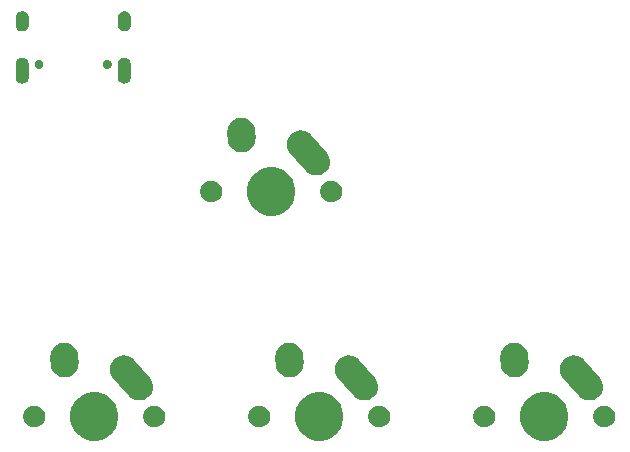
<source format=gbr>
G04 #@! TF.GenerationSoftware,KiCad,Pcbnew,(5.1.4)-1*
G04 #@! TF.CreationDate,2022-10-19T22:43:07-05:00*
G04 #@! TF.ProjectId,MusePad,4d757365-5061-4642-9e6b-696361645f70,rev?*
G04 #@! TF.SameCoordinates,Original*
G04 #@! TF.FileFunction,Soldermask,Top*
G04 #@! TF.FilePolarity,Negative*
%FSLAX46Y46*%
G04 Gerber Fmt 4.6, Leading zero omitted, Abs format (unit mm)*
G04 Created by KiCad (PCBNEW (5.1.4)-1) date 2022-10-19 22:43:07*
%MOMM*%
%LPD*%
G04 APERTURE LIST*
%ADD10C,0.100000*%
G04 APERTURE END LIST*
D10*
G36*
X50126474Y-120715684D02*
G01*
X50344474Y-120805983D01*
X50498623Y-120869833D01*
X50833548Y-121093623D01*
X51118377Y-121378452D01*
X51342167Y-121713377D01*
X51374562Y-121791586D01*
X51496316Y-122085526D01*
X51574900Y-122480594D01*
X51574900Y-122883406D01*
X51496316Y-123278474D01*
X51445451Y-123401272D01*
X51342167Y-123650623D01*
X51118377Y-123985548D01*
X50833548Y-124270377D01*
X50498623Y-124494167D01*
X50344474Y-124558017D01*
X50126474Y-124648316D01*
X49731406Y-124726900D01*
X49328594Y-124726900D01*
X48933526Y-124648316D01*
X48715526Y-124558017D01*
X48561377Y-124494167D01*
X48226452Y-124270377D01*
X47941623Y-123985548D01*
X47717833Y-123650623D01*
X47614549Y-123401272D01*
X47563684Y-123278474D01*
X47485100Y-122883406D01*
X47485100Y-122480594D01*
X47563684Y-122085526D01*
X47685438Y-121791586D01*
X47717833Y-121713377D01*
X47941623Y-121378452D01*
X48226452Y-121093623D01*
X48561377Y-120869833D01*
X48715526Y-120805983D01*
X48933526Y-120715684D01*
X49328594Y-120637100D01*
X49731406Y-120637100D01*
X50126474Y-120715684D01*
X50126474Y-120715684D01*
G37*
G36*
X88226474Y-120715684D02*
G01*
X88444474Y-120805983D01*
X88598623Y-120869833D01*
X88933548Y-121093623D01*
X89218377Y-121378452D01*
X89442167Y-121713377D01*
X89474562Y-121791586D01*
X89596316Y-122085526D01*
X89674900Y-122480594D01*
X89674900Y-122883406D01*
X89596316Y-123278474D01*
X89545451Y-123401272D01*
X89442167Y-123650623D01*
X89218377Y-123985548D01*
X88933548Y-124270377D01*
X88598623Y-124494167D01*
X88444474Y-124558017D01*
X88226474Y-124648316D01*
X87831406Y-124726900D01*
X87428594Y-124726900D01*
X87033526Y-124648316D01*
X86815526Y-124558017D01*
X86661377Y-124494167D01*
X86326452Y-124270377D01*
X86041623Y-123985548D01*
X85817833Y-123650623D01*
X85714549Y-123401272D01*
X85663684Y-123278474D01*
X85585100Y-122883406D01*
X85585100Y-122480594D01*
X85663684Y-122085526D01*
X85785438Y-121791586D01*
X85817833Y-121713377D01*
X86041623Y-121378452D01*
X86326452Y-121093623D01*
X86661377Y-120869833D01*
X86815526Y-120805983D01*
X87033526Y-120715684D01*
X87428594Y-120637100D01*
X87831406Y-120637100D01*
X88226474Y-120715684D01*
X88226474Y-120715684D01*
G37*
G36*
X69176474Y-120715684D02*
G01*
X69394474Y-120805983D01*
X69548623Y-120869833D01*
X69883548Y-121093623D01*
X70168377Y-121378452D01*
X70392167Y-121713377D01*
X70424562Y-121791586D01*
X70546316Y-122085526D01*
X70624900Y-122480594D01*
X70624900Y-122883406D01*
X70546316Y-123278474D01*
X70495451Y-123401272D01*
X70392167Y-123650623D01*
X70168377Y-123985548D01*
X69883548Y-124270377D01*
X69548623Y-124494167D01*
X69394474Y-124558017D01*
X69176474Y-124648316D01*
X68781406Y-124726900D01*
X68378594Y-124726900D01*
X67983526Y-124648316D01*
X67765526Y-124558017D01*
X67611377Y-124494167D01*
X67276452Y-124270377D01*
X66991623Y-123985548D01*
X66767833Y-123650623D01*
X66664549Y-123401272D01*
X66613684Y-123278474D01*
X66535100Y-122883406D01*
X66535100Y-122480594D01*
X66613684Y-122085526D01*
X66735438Y-121791586D01*
X66767833Y-121713377D01*
X66991623Y-121378452D01*
X67276452Y-121093623D01*
X67611377Y-120869833D01*
X67765526Y-120805983D01*
X67983526Y-120715684D01*
X68378594Y-120637100D01*
X68781406Y-120637100D01*
X69176474Y-120715684D01*
X69176474Y-120715684D01*
G37*
G36*
X44720104Y-121791585D02*
G01*
X44888626Y-121861389D01*
X45040291Y-121962728D01*
X45169272Y-122091709D01*
X45270611Y-122243374D01*
X45340415Y-122411896D01*
X45376000Y-122590797D01*
X45376000Y-122773203D01*
X45340415Y-122952104D01*
X45270611Y-123120626D01*
X45169272Y-123272291D01*
X45040291Y-123401272D01*
X44888626Y-123502611D01*
X44720104Y-123572415D01*
X44541203Y-123608000D01*
X44358797Y-123608000D01*
X44179896Y-123572415D01*
X44011374Y-123502611D01*
X43859709Y-123401272D01*
X43730728Y-123272291D01*
X43629389Y-123120626D01*
X43559585Y-122952104D01*
X43524000Y-122773203D01*
X43524000Y-122590797D01*
X43559585Y-122411896D01*
X43629389Y-122243374D01*
X43730728Y-122091709D01*
X43859709Y-121962728D01*
X44011374Y-121861389D01*
X44179896Y-121791585D01*
X44358797Y-121756000D01*
X44541203Y-121756000D01*
X44720104Y-121791585D01*
X44720104Y-121791585D01*
G37*
G36*
X54880104Y-121791585D02*
G01*
X55048626Y-121861389D01*
X55200291Y-121962728D01*
X55329272Y-122091709D01*
X55430611Y-122243374D01*
X55500415Y-122411896D01*
X55536000Y-122590797D01*
X55536000Y-122773203D01*
X55500415Y-122952104D01*
X55430611Y-123120626D01*
X55329272Y-123272291D01*
X55200291Y-123401272D01*
X55048626Y-123502611D01*
X54880104Y-123572415D01*
X54701203Y-123608000D01*
X54518797Y-123608000D01*
X54339896Y-123572415D01*
X54171374Y-123502611D01*
X54019709Y-123401272D01*
X53890728Y-123272291D01*
X53789389Y-123120626D01*
X53719585Y-122952104D01*
X53684000Y-122773203D01*
X53684000Y-122590797D01*
X53719585Y-122411896D01*
X53789389Y-122243374D01*
X53890728Y-122091709D01*
X54019709Y-121962728D01*
X54171374Y-121861389D01*
X54339896Y-121791585D01*
X54518797Y-121756000D01*
X54701203Y-121756000D01*
X54880104Y-121791585D01*
X54880104Y-121791585D01*
G37*
G36*
X63770104Y-121791585D02*
G01*
X63938626Y-121861389D01*
X64090291Y-121962728D01*
X64219272Y-122091709D01*
X64320611Y-122243374D01*
X64390415Y-122411896D01*
X64426000Y-122590797D01*
X64426000Y-122773203D01*
X64390415Y-122952104D01*
X64320611Y-123120626D01*
X64219272Y-123272291D01*
X64090291Y-123401272D01*
X63938626Y-123502611D01*
X63770104Y-123572415D01*
X63591203Y-123608000D01*
X63408797Y-123608000D01*
X63229896Y-123572415D01*
X63061374Y-123502611D01*
X62909709Y-123401272D01*
X62780728Y-123272291D01*
X62679389Y-123120626D01*
X62609585Y-122952104D01*
X62574000Y-122773203D01*
X62574000Y-122590797D01*
X62609585Y-122411896D01*
X62679389Y-122243374D01*
X62780728Y-122091709D01*
X62909709Y-121962728D01*
X63061374Y-121861389D01*
X63229896Y-121791585D01*
X63408797Y-121756000D01*
X63591203Y-121756000D01*
X63770104Y-121791585D01*
X63770104Y-121791585D01*
G37*
G36*
X73930104Y-121791585D02*
G01*
X74098626Y-121861389D01*
X74250291Y-121962728D01*
X74379272Y-122091709D01*
X74480611Y-122243374D01*
X74550415Y-122411896D01*
X74586000Y-122590797D01*
X74586000Y-122773203D01*
X74550415Y-122952104D01*
X74480611Y-123120626D01*
X74379272Y-123272291D01*
X74250291Y-123401272D01*
X74098626Y-123502611D01*
X73930104Y-123572415D01*
X73751203Y-123608000D01*
X73568797Y-123608000D01*
X73389896Y-123572415D01*
X73221374Y-123502611D01*
X73069709Y-123401272D01*
X72940728Y-123272291D01*
X72839389Y-123120626D01*
X72769585Y-122952104D01*
X72734000Y-122773203D01*
X72734000Y-122590797D01*
X72769585Y-122411896D01*
X72839389Y-122243374D01*
X72940728Y-122091709D01*
X73069709Y-121962728D01*
X73221374Y-121861389D01*
X73389896Y-121791585D01*
X73568797Y-121756000D01*
X73751203Y-121756000D01*
X73930104Y-121791585D01*
X73930104Y-121791585D01*
G37*
G36*
X82820104Y-121791585D02*
G01*
X82988626Y-121861389D01*
X83140291Y-121962728D01*
X83269272Y-122091709D01*
X83370611Y-122243374D01*
X83440415Y-122411896D01*
X83476000Y-122590797D01*
X83476000Y-122773203D01*
X83440415Y-122952104D01*
X83370611Y-123120626D01*
X83269272Y-123272291D01*
X83140291Y-123401272D01*
X82988626Y-123502611D01*
X82820104Y-123572415D01*
X82641203Y-123608000D01*
X82458797Y-123608000D01*
X82279896Y-123572415D01*
X82111374Y-123502611D01*
X81959709Y-123401272D01*
X81830728Y-123272291D01*
X81729389Y-123120626D01*
X81659585Y-122952104D01*
X81624000Y-122773203D01*
X81624000Y-122590797D01*
X81659585Y-122411896D01*
X81729389Y-122243374D01*
X81830728Y-122091709D01*
X81959709Y-121962728D01*
X82111374Y-121861389D01*
X82279896Y-121791585D01*
X82458797Y-121756000D01*
X82641203Y-121756000D01*
X82820104Y-121791585D01*
X82820104Y-121791585D01*
G37*
G36*
X92980104Y-121791585D02*
G01*
X93148626Y-121861389D01*
X93300291Y-121962728D01*
X93429272Y-122091709D01*
X93530611Y-122243374D01*
X93600415Y-122411896D01*
X93636000Y-122590797D01*
X93636000Y-122773203D01*
X93600415Y-122952104D01*
X93530611Y-123120626D01*
X93429272Y-123272291D01*
X93300291Y-123401272D01*
X93148626Y-123502611D01*
X92980104Y-123572415D01*
X92801203Y-123608000D01*
X92618797Y-123608000D01*
X92439896Y-123572415D01*
X92271374Y-123502611D01*
X92119709Y-123401272D01*
X91990728Y-123272291D01*
X91889389Y-123120626D01*
X91819585Y-122952104D01*
X91784000Y-122773203D01*
X91784000Y-122590797D01*
X91819585Y-122411896D01*
X91889389Y-122243374D01*
X91990728Y-122091709D01*
X92119709Y-121962728D01*
X92271374Y-121861389D01*
X92439896Y-121791585D01*
X92618797Y-121756000D01*
X92801203Y-121756000D01*
X92980104Y-121791585D01*
X92980104Y-121791585D01*
G37*
G36*
X90210290Y-117504555D02*
G01*
X90229233Y-117506000D01*
X90245827Y-117506000D01*
X90331338Y-117523009D01*
X90336715Y-117523956D01*
X90422864Y-117537177D01*
X90438453Y-117542843D01*
X90456748Y-117547955D01*
X90473027Y-117551193D01*
X90553605Y-117584569D01*
X90558711Y-117586554D01*
X90640581Y-117616311D01*
X90654751Y-117624901D01*
X90671708Y-117633489D01*
X90687043Y-117639841D01*
X90687045Y-117639842D01*
X90714799Y-117658387D01*
X90759557Y-117688293D01*
X90764204Y-117691252D01*
X90838674Y-117736396D01*
X90850892Y-117747582D01*
X90865850Y-117759316D01*
X90875504Y-117765767D01*
X90879657Y-117768542D01*
X90941328Y-117830213D01*
X90945309Y-117834021D01*
X90966721Y-117853624D01*
X90981768Y-117870394D01*
X90986418Y-117875303D01*
X91043461Y-117932346D01*
X91056320Y-117951591D01*
X91067214Y-117965623D01*
X92353886Y-119399622D01*
X92422836Y-119493571D01*
X92456602Y-119539579D01*
X92482689Y-119595459D01*
X92554593Y-119749480D01*
X92609754Y-119974469D01*
X92619961Y-120205896D01*
X92584823Y-120434866D01*
X92505689Y-120652583D01*
X92385603Y-120850679D01*
X92229177Y-121021539D01*
X92042424Y-121158600D01*
X92042421Y-121158602D01*
X91942973Y-121205028D01*
X91832519Y-121256593D01*
X91607530Y-121311754D01*
X91376104Y-121321961D01*
X91147133Y-121286823D01*
X90929416Y-121207689D01*
X90731321Y-121087603D01*
X90659161Y-121021539D01*
X90603276Y-120970376D01*
X89709688Y-119974469D01*
X89278183Y-119493556D01*
X89273547Y-119488662D01*
X89216541Y-119431656D01*
X89211678Y-119424378D01*
X89168125Y-119359196D01*
X89164965Y-119354686D01*
X89113397Y-119284422D01*
X89106382Y-119269395D01*
X89097051Y-119252827D01*
X89087843Y-119239047D01*
X89074726Y-119207380D01*
X89054480Y-119158503D01*
X89052288Y-119153523D01*
X89015405Y-119074519D01*
X89011454Y-119058404D01*
X89005538Y-119040345D01*
X88999193Y-119025027D01*
X88982192Y-118939558D01*
X88981008Y-118934222D01*
X88960244Y-118849530D01*
X88959512Y-118832941D01*
X88957234Y-118814083D01*
X88954000Y-118797825D01*
X88954000Y-118710689D01*
X88953881Y-118705249D01*
X88950037Y-118618105D01*
X88952555Y-118601694D01*
X88954000Y-118582752D01*
X88954000Y-118566173D01*
X88970999Y-118480713D01*
X88971945Y-118475342D01*
X88985175Y-118389134D01*
X88990846Y-118373532D01*
X88995959Y-118355233D01*
X88999193Y-118338974D01*
X88999193Y-118338973D01*
X89032553Y-118258435D01*
X89034537Y-118253328D01*
X89064309Y-118171417D01*
X89072908Y-118157233D01*
X89081496Y-118140276D01*
X89087841Y-118124958D01*
X89087842Y-118124955D01*
X89136285Y-118052456D01*
X89139218Y-118047848D01*
X89184394Y-117973324D01*
X89195592Y-117961093D01*
X89207326Y-117946135D01*
X89216541Y-117932344D01*
X89278171Y-117870714D01*
X89281979Y-117866733D01*
X89340820Y-117802462D01*
X89340821Y-117802461D01*
X89354191Y-117792649D01*
X89368617Y-117780268D01*
X89380344Y-117768541D01*
X89452808Y-117720122D01*
X89457320Y-117716961D01*
X89527575Y-117665400D01*
X89542603Y-117658384D01*
X89559159Y-117649060D01*
X89572955Y-117639842D01*
X89653506Y-117606477D01*
X89658503Y-117604277D01*
X89737479Y-117567407D01*
X89753599Y-117563455D01*
X89771638Y-117557545D01*
X89786973Y-117551193D01*
X89872482Y-117534184D01*
X89877777Y-117533010D01*
X89962468Y-117512246D01*
X89979044Y-117511515D01*
X89997903Y-117509236D01*
X90014172Y-117506000D01*
X90101354Y-117506000D01*
X90106794Y-117505880D01*
X90193893Y-117502039D01*
X90210290Y-117504555D01*
X90210290Y-117504555D01*
G37*
G36*
X71160290Y-117504555D02*
G01*
X71179233Y-117506000D01*
X71195827Y-117506000D01*
X71281338Y-117523009D01*
X71286715Y-117523956D01*
X71372864Y-117537177D01*
X71388453Y-117542843D01*
X71406748Y-117547955D01*
X71423027Y-117551193D01*
X71503605Y-117584569D01*
X71508711Y-117586554D01*
X71590581Y-117616311D01*
X71604751Y-117624901D01*
X71621708Y-117633489D01*
X71637043Y-117639841D01*
X71637045Y-117639842D01*
X71664799Y-117658387D01*
X71709557Y-117688293D01*
X71714204Y-117691252D01*
X71788674Y-117736396D01*
X71800892Y-117747582D01*
X71815850Y-117759316D01*
X71825504Y-117765767D01*
X71829657Y-117768542D01*
X71891328Y-117830213D01*
X71895309Y-117834021D01*
X71916721Y-117853624D01*
X71931768Y-117870394D01*
X71936418Y-117875303D01*
X71993461Y-117932346D01*
X72006320Y-117951591D01*
X72017214Y-117965623D01*
X73303886Y-119399622D01*
X73372836Y-119493571D01*
X73406602Y-119539579D01*
X73432689Y-119595459D01*
X73504593Y-119749480D01*
X73559754Y-119974469D01*
X73569961Y-120205896D01*
X73534823Y-120434866D01*
X73455689Y-120652583D01*
X73335603Y-120850679D01*
X73179177Y-121021539D01*
X72992424Y-121158600D01*
X72992421Y-121158602D01*
X72892973Y-121205028D01*
X72782519Y-121256593D01*
X72557530Y-121311754D01*
X72326104Y-121321961D01*
X72097133Y-121286823D01*
X71879416Y-121207689D01*
X71681321Y-121087603D01*
X71609161Y-121021539D01*
X71553276Y-120970376D01*
X70659688Y-119974469D01*
X70228183Y-119493556D01*
X70223547Y-119488662D01*
X70166541Y-119431656D01*
X70161678Y-119424378D01*
X70118125Y-119359196D01*
X70114965Y-119354686D01*
X70063397Y-119284422D01*
X70056382Y-119269395D01*
X70047051Y-119252827D01*
X70037843Y-119239047D01*
X70024726Y-119207380D01*
X70004480Y-119158503D01*
X70002288Y-119153523D01*
X69965405Y-119074519D01*
X69961454Y-119058404D01*
X69955538Y-119040345D01*
X69949193Y-119025027D01*
X69932192Y-118939558D01*
X69931008Y-118934222D01*
X69910244Y-118849530D01*
X69909512Y-118832941D01*
X69907234Y-118814083D01*
X69904000Y-118797825D01*
X69904000Y-118710689D01*
X69903881Y-118705249D01*
X69900037Y-118618105D01*
X69902555Y-118601694D01*
X69904000Y-118582752D01*
X69904000Y-118566173D01*
X69920999Y-118480713D01*
X69921945Y-118475342D01*
X69935175Y-118389134D01*
X69940846Y-118373532D01*
X69945959Y-118355233D01*
X69949193Y-118338974D01*
X69949193Y-118338973D01*
X69982553Y-118258435D01*
X69984537Y-118253328D01*
X70014309Y-118171417D01*
X70022908Y-118157233D01*
X70031496Y-118140276D01*
X70037841Y-118124958D01*
X70037842Y-118124955D01*
X70086285Y-118052456D01*
X70089218Y-118047848D01*
X70134394Y-117973324D01*
X70145592Y-117961093D01*
X70157326Y-117946135D01*
X70166541Y-117932344D01*
X70228171Y-117870714D01*
X70231979Y-117866733D01*
X70290820Y-117802462D01*
X70290821Y-117802461D01*
X70304191Y-117792649D01*
X70318617Y-117780268D01*
X70330344Y-117768541D01*
X70402808Y-117720122D01*
X70407320Y-117716961D01*
X70477575Y-117665400D01*
X70492603Y-117658384D01*
X70509159Y-117649060D01*
X70522955Y-117639842D01*
X70603506Y-117606477D01*
X70608503Y-117604277D01*
X70687479Y-117567407D01*
X70703599Y-117563455D01*
X70721638Y-117557545D01*
X70736973Y-117551193D01*
X70822482Y-117534184D01*
X70827777Y-117533010D01*
X70912468Y-117512246D01*
X70929044Y-117511515D01*
X70947903Y-117509236D01*
X70964172Y-117506000D01*
X71051354Y-117506000D01*
X71056794Y-117505880D01*
X71143893Y-117502039D01*
X71160290Y-117504555D01*
X71160290Y-117504555D01*
G37*
G36*
X52110290Y-117504555D02*
G01*
X52129233Y-117506000D01*
X52145827Y-117506000D01*
X52231338Y-117523009D01*
X52236715Y-117523956D01*
X52322864Y-117537177D01*
X52338453Y-117542843D01*
X52356748Y-117547955D01*
X52373027Y-117551193D01*
X52453605Y-117584569D01*
X52458711Y-117586554D01*
X52540581Y-117616311D01*
X52554751Y-117624901D01*
X52571708Y-117633489D01*
X52587043Y-117639841D01*
X52587045Y-117639842D01*
X52614799Y-117658387D01*
X52659557Y-117688293D01*
X52664204Y-117691252D01*
X52738674Y-117736396D01*
X52750892Y-117747582D01*
X52765850Y-117759316D01*
X52775504Y-117765767D01*
X52779657Y-117768542D01*
X52841328Y-117830213D01*
X52845309Y-117834021D01*
X52866721Y-117853624D01*
X52881768Y-117870394D01*
X52886418Y-117875303D01*
X52943461Y-117932346D01*
X52956320Y-117951591D01*
X52967214Y-117965623D01*
X54253886Y-119399622D01*
X54322836Y-119493571D01*
X54356602Y-119539579D01*
X54382689Y-119595459D01*
X54454593Y-119749480D01*
X54509754Y-119974469D01*
X54519961Y-120205896D01*
X54484823Y-120434866D01*
X54405689Y-120652583D01*
X54285603Y-120850679D01*
X54129177Y-121021539D01*
X53942424Y-121158600D01*
X53942421Y-121158602D01*
X53842973Y-121205028D01*
X53732519Y-121256593D01*
X53507530Y-121311754D01*
X53276104Y-121321961D01*
X53047133Y-121286823D01*
X52829416Y-121207689D01*
X52631321Y-121087603D01*
X52559161Y-121021539D01*
X52503276Y-120970376D01*
X51609688Y-119974469D01*
X51178183Y-119493556D01*
X51173547Y-119488662D01*
X51116541Y-119431656D01*
X51111678Y-119424378D01*
X51068125Y-119359196D01*
X51064965Y-119354686D01*
X51013397Y-119284422D01*
X51006382Y-119269395D01*
X50997051Y-119252827D01*
X50987843Y-119239047D01*
X50974726Y-119207380D01*
X50954480Y-119158503D01*
X50952288Y-119153523D01*
X50915405Y-119074519D01*
X50911454Y-119058404D01*
X50905538Y-119040345D01*
X50899193Y-119025027D01*
X50882192Y-118939558D01*
X50881008Y-118934222D01*
X50860244Y-118849530D01*
X50859512Y-118832941D01*
X50857234Y-118814083D01*
X50854000Y-118797825D01*
X50854000Y-118710689D01*
X50853881Y-118705249D01*
X50850037Y-118618105D01*
X50852555Y-118601694D01*
X50854000Y-118582752D01*
X50854000Y-118566173D01*
X50870999Y-118480713D01*
X50871945Y-118475342D01*
X50885175Y-118389134D01*
X50890846Y-118373532D01*
X50895959Y-118355233D01*
X50899193Y-118338974D01*
X50899193Y-118338973D01*
X50932553Y-118258435D01*
X50934537Y-118253328D01*
X50964309Y-118171417D01*
X50972908Y-118157233D01*
X50981496Y-118140276D01*
X50987841Y-118124958D01*
X50987842Y-118124955D01*
X51036285Y-118052456D01*
X51039218Y-118047848D01*
X51084394Y-117973324D01*
X51095592Y-117961093D01*
X51107326Y-117946135D01*
X51116541Y-117932344D01*
X51178171Y-117870714D01*
X51181979Y-117866733D01*
X51240820Y-117802462D01*
X51240821Y-117802461D01*
X51254191Y-117792649D01*
X51268617Y-117780268D01*
X51280344Y-117768541D01*
X51352808Y-117720122D01*
X51357320Y-117716961D01*
X51427575Y-117665400D01*
X51442603Y-117658384D01*
X51459159Y-117649060D01*
X51472955Y-117639842D01*
X51553506Y-117606477D01*
X51558503Y-117604277D01*
X51637479Y-117567407D01*
X51653599Y-117563455D01*
X51671638Y-117557545D01*
X51686973Y-117551193D01*
X51772482Y-117534184D01*
X51777777Y-117533010D01*
X51862468Y-117512246D01*
X51879044Y-117511515D01*
X51897903Y-117509236D01*
X51914172Y-117506000D01*
X52001354Y-117506000D01*
X52006794Y-117505880D01*
X52093893Y-117502039D01*
X52110290Y-117504555D01*
X52110290Y-117504555D01*
G37*
G36*
X66055362Y-116425946D02*
G01*
X66059027Y-116426000D01*
X66155826Y-116426000D01*
X66162630Y-116427353D01*
X66183341Y-116429699D01*
X66190249Y-116429902D01*
X66284599Y-116451562D01*
X66288050Y-116452301D01*
X66383027Y-116471193D01*
X66389438Y-116473848D01*
X66409275Y-116480185D01*
X66416027Y-116481735D01*
X66504372Y-116521401D01*
X66507535Y-116522766D01*
X66597045Y-116559842D01*
X66602808Y-116563693D01*
X66621033Y-116573781D01*
X66627355Y-116576620D01*
X66706202Y-116632716D01*
X66709152Y-116634750D01*
X66789656Y-116688541D01*
X66794556Y-116693441D01*
X66810478Y-116706902D01*
X66816111Y-116710910D01*
X66882476Y-116781285D01*
X66884997Y-116783882D01*
X66953463Y-116852348D01*
X66957311Y-116858107D01*
X66970289Y-116874404D01*
X66975041Y-116879443D01*
X67026423Y-116961449D01*
X67028343Y-116964415D01*
X67082158Y-117044955D01*
X67084813Y-117051365D01*
X67094364Y-117069881D01*
X67098038Y-117075745D01*
X67120341Y-117134395D01*
X67132411Y-117166136D01*
X67133763Y-117169540D01*
X67170807Y-117258973D01*
X67172158Y-117265767D01*
X67177915Y-117285797D01*
X67180376Y-117292270D01*
X67190770Y-117353917D01*
X67196456Y-117387643D01*
X67197118Y-117391247D01*
X67216000Y-117486173D01*
X67216000Y-117557196D01*
X67216296Y-117565794D01*
X67257188Y-118158723D01*
X67252098Y-118332249D01*
X67200265Y-118558027D01*
X67105380Y-118769355D01*
X66971090Y-118958111D01*
X66802557Y-119117041D01*
X66606255Y-119240039D01*
X66389730Y-119322376D01*
X66161302Y-119360890D01*
X65929751Y-119354099D01*
X65703973Y-119302265D01*
X65492645Y-119207380D01*
X65365666Y-119117041D01*
X65303888Y-119073090D01*
X65250912Y-119016912D01*
X65144959Y-118904557D01*
X65021962Y-118708255D01*
X64939624Y-118491730D01*
X64910762Y-118320545D01*
X64872500Y-117765752D01*
X64870396Y-117749981D01*
X64864000Y-117717827D01*
X64864000Y-117646796D01*
X64863705Y-117638226D01*
X64862812Y-117625277D01*
X64863947Y-117586585D01*
X64864000Y-117582985D01*
X64864000Y-117486174D01*
X64865353Y-117479370D01*
X64867700Y-117458654D01*
X64867902Y-117451754D01*
X64867902Y-117451751D01*
X64889562Y-117357401D01*
X64890308Y-117353917D01*
X64909193Y-117258973D01*
X64911848Y-117252562D01*
X64918185Y-117232725D01*
X64919735Y-117225973D01*
X64959401Y-117137628D01*
X64960766Y-117134465D01*
X64997842Y-117044955D01*
X65001694Y-117039190D01*
X65011781Y-117020967D01*
X65014620Y-117014645D01*
X65070716Y-116935798D01*
X65072750Y-116932848D01*
X65126541Y-116852344D01*
X65131441Y-116847444D01*
X65144905Y-116831519D01*
X65148910Y-116825889D01*
X65219285Y-116759524D01*
X65221882Y-116757003D01*
X65290348Y-116688537D01*
X65296107Y-116684689D01*
X65312404Y-116671711D01*
X65317443Y-116666959D01*
X65399449Y-116615577D01*
X65402415Y-116613657D01*
X65482955Y-116559842D01*
X65489365Y-116557187D01*
X65507881Y-116547636D01*
X65513745Y-116543962D01*
X65604136Y-116509589D01*
X65607540Y-116508237D01*
X65637522Y-116495819D01*
X65696973Y-116471193D01*
X65703772Y-116469841D01*
X65723797Y-116464085D01*
X65730270Y-116461624D01*
X65798781Y-116450073D01*
X65825642Y-116445544D01*
X65829246Y-116444882D01*
X65924173Y-116426000D01*
X65931100Y-116426000D01*
X65951882Y-116424260D01*
X65958697Y-116423111D01*
X65958698Y-116423111D01*
X66055362Y-116425946D01*
X66055362Y-116425946D01*
G37*
G36*
X85105362Y-116425946D02*
G01*
X85109027Y-116426000D01*
X85205826Y-116426000D01*
X85212630Y-116427353D01*
X85233341Y-116429699D01*
X85240249Y-116429902D01*
X85334599Y-116451562D01*
X85338050Y-116452301D01*
X85433027Y-116471193D01*
X85439438Y-116473848D01*
X85459275Y-116480185D01*
X85466027Y-116481735D01*
X85554372Y-116521401D01*
X85557535Y-116522766D01*
X85647045Y-116559842D01*
X85652808Y-116563693D01*
X85671033Y-116573781D01*
X85677355Y-116576620D01*
X85756202Y-116632716D01*
X85759152Y-116634750D01*
X85839656Y-116688541D01*
X85844556Y-116693441D01*
X85860478Y-116706902D01*
X85866111Y-116710910D01*
X85932476Y-116781285D01*
X85934997Y-116783882D01*
X86003463Y-116852348D01*
X86007311Y-116858107D01*
X86020289Y-116874404D01*
X86025041Y-116879443D01*
X86076423Y-116961449D01*
X86078343Y-116964415D01*
X86132158Y-117044955D01*
X86134813Y-117051365D01*
X86144364Y-117069881D01*
X86148038Y-117075745D01*
X86170341Y-117134395D01*
X86182411Y-117166136D01*
X86183763Y-117169540D01*
X86220807Y-117258973D01*
X86222158Y-117265767D01*
X86227915Y-117285797D01*
X86230376Y-117292270D01*
X86240770Y-117353917D01*
X86246456Y-117387643D01*
X86247118Y-117391247D01*
X86266000Y-117486173D01*
X86266000Y-117557196D01*
X86266296Y-117565794D01*
X86307188Y-118158723D01*
X86302098Y-118332249D01*
X86250265Y-118558027D01*
X86155380Y-118769355D01*
X86021090Y-118958111D01*
X85852557Y-119117041D01*
X85656255Y-119240039D01*
X85439730Y-119322376D01*
X85211302Y-119360890D01*
X84979751Y-119354099D01*
X84753973Y-119302265D01*
X84542645Y-119207380D01*
X84415666Y-119117041D01*
X84353888Y-119073090D01*
X84300912Y-119016912D01*
X84194959Y-118904557D01*
X84071962Y-118708255D01*
X83989624Y-118491730D01*
X83960762Y-118320545D01*
X83922500Y-117765752D01*
X83920396Y-117749981D01*
X83914000Y-117717827D01*
X83914000Y-117646796D01*
X83913705Y-117638226D01*
X83912812Y-117625277D01*
X83913947Y-117586585D01*
X83914000Y-117582985D01*
X83914000Y-117486174D01*
X83915353Y-117479370D01*
X83917700Y-117458654D01*
X83917902Y-117451754D01*
X83917902Y-117451751D01*
X83939562Y-117357401D01*
X83940308Y-117353917D01*
X83959193Y-117258973D01*
X83961848Y-117252562D01*
X83968185Y-117232725D01*
X83969735Y-117225973D01*
X84009401Y-117137628D01*
X84010766Y-117134465D01*
X84047842Y-117044955D01*
X84051694Y-117039190D01*
X84061781Y-117020967D01*
X84064620Y-117014645D01*
X84120716Y-116935798D01*
X84122750Y-116932848D01*
X84176541Y-116852344D01*
X84181441Y-116847444D01*
X84194905Y-116831519D01*
X84198910Y-116825889D01*
X84269285Y-116759524D01*
X84271882Y-116757003D01*
X84340348Y-116688537D01*
X84346107Y-116684689D01*
X84362404Y-116671711D01*
X84367443Y-116666959D01*
X84449449Y-116615577D01*
X84452415Y-116613657D01*
X84532955Y-116559842D01*
X84539365Y-116557187D01*
X84557881Y-116547636D01*
X84563745Y-116543962D01*
X84654136Y-116509589D01*
X84657540Y-116508237D01*
X84687522Y-116495819D01*
X84746973Y-116471193D01*
X84753772Y-116469841D01*
X84773797Y-116464085D01*
X84780270Y-116461624D01*
X84848781Y-116450073D01*
X84875642Y-116445544D01*
X84879246Y-116444882D01*
X84974173Y-116426000D01*
X84981100Y-116426000D01*
X85001882Y-116424260D01*
X85008697Y-116423111D01*
X85008698Y-116423111D01*
X85105362Y-116425946D01*
X85105362Y-116425946D01*
G37*
G36*
X47005362Y-116425946D02*
G01*
X47009027Y-116426000D01*
X47105826Y-116426000D01*
X47112630Y-116427353D01*
X47133341Y-116429699D01*
X47140249Y-116429902D01*
X47234599Y-116451562D01*
X47238050Y-116452301D01*
X47333027Y-116471193D01*
X47339438Y-116473848D01*
X47359275Y-116480185D01*
X47366027Y-116481735D01*
X47454372Y-116521401D01*
X47457535Y-116522766D01*
X47547045Y-116559842D01*
X47552808Y-116563693D01*
X47571033Y-116573781D01*
X47577355Y-116576620D01*
X47656202Y-116632716D01*
X47659152Y-116634750D01*
X47739656Y-116688541D01*
X47744556Y-116693441D01*
X47760478Y-116706902D01*
X47766111Y-116710910D01*
X47832476Y-116781285D01*
X47834997Y-116783882D01*
X47903463Y-116852348D01*
X47907311Y-116858107D01*
X47920289Y-116874404D01*
X47925041Y-116879443D01*
X47976423Y-116961449D01*
X47978343Y-116964415D01*
X48032158Y-117044955D01*
X48034813Y-117051365D01*
X48044364Y-117069881D01*
X48048038Y-117075745D01*
X48070341Y-117134395D01*
X48082411Y-117166136D01*
X48083763Y-117169540D01*
X48120807Y-117258973D01*
X48122158Y-117265767D01*
X48127915Y-117285797D01*
X48130376Y-117292270D01*
X48140770Y-117353917D01*
X48146456Y-117387643D01*
X48147118Y-117391247D01*
X48166000Y-117486173D01*
X48166000Y-117557196D01*
X48166296Y-117565794D01*
X48207188Y-118158723D01*
X48202098Y-118332249D01*
X48150265Y-118558027D01*
X48055380Y-118769355D01*
X47921090Y-118958111D01*
X47752557Y-119117041D01*
X47556255Y-119240039D01*
X47339730Y-119322376D01*
X47111302Y-119360890D01*
X46879751Y-119354099D01*
X46653973Y-119302265D01*
X46442645Y-119207380D01*
X46315666Y-119117041D01*
X46253888Y-119073090D01*
X46200912Y-119016912D01*
X46094959Y-118904557D01*
X45971962Y-118708255D01*
X45889624Y-118491730D01*
X45860762Y-118320545D01*
X45822500Y-117765752D01*
X45820396Y-117749981D01*
X45814000Y-117717827D01*
X45814000Y-117646796D01*
X45813705Y-117638226D01*
X45812812Y-117625277D01*
X45813947Y-117586585D01*
X45814000Y-117582985D01*
X45814000Y-117486174D01*
X45815353Y-117479370D01*
X45817700Y-117458654D01*
X45817902Y-117451754D01*
X45817902Y-117451751D01*
X45839562Y-117357401D01*
X45840308Y-117353917D01*
X45859193Y-117258973D01*
X45861848Y-117252562D01*
X45868185Y-117232725D01*
X45869735Y-117225973D01*
X45909401Y-117137628D01*
X45910766Y-117134465D01*
X45947842Y-117044955D01*
X45951694Y-117039190D01*
X45961781Y-117020967D01*
X45964620Y-117014645D01*
X46020716Y-116935798D01*
X46022750Y-116932848D01*
X46076541Y-116852344D01*
X46081441Y-116847444D01*
X46094905Y-116831519D01*
X46098910Y-116825889D01*
X46169285Y-116759524D01*
X46171882Y-116757003D01*
X46240348Y-116688537D01*
X46246107Y-116684689D01*
X46262404Y-116671711D01*
X46267443Y-116666959D01*
X46349449Y-116615577D01*
X46352415Y-116613657D01*
X46432955Y-116559842D01*
X46439365Y-116557187D01*
X46457881Y-116547636D01*
X46463745Y-116543962D01*
X46554136Y-116509589D01*
X46557540Y-116508237D01*
X46587522Y-116495819D01*
X46646973Y-116471193D01*
X46653772Y-116469841D01*
X46673797Y-116464085D01*
X46680270Y-116461624D01*
X46748781Y-116450073D01*
X46775642Y-116445544D01*
X46779246Y-116444882D01*
X46874173Y-116426000D01*
X46881100Y-116426000D01*
X46901882Y-116424260D01*
X46908697Y-116423111D01*
X46908698Y-116423111D01*
X47005362Y-116425946D01*
X47005362Y-116425946D01*
G37*
G36*
X65112474Y-101665684D02*
G01*
X65330474Y-101755983D01*
X65484623Y-101819833D01*
X65819548Y-102043623D01*
X66104377Y-102328452D01*
X66328167Y-102663377D01*
X66360562Y-102741586D01*
X66482316Y-103035526D01*
X66560900Y-103430594D01*
X66560900Y-103833406D01*
X66482316Y-104228474D01*
X66431451Y-104351272D01*
X66328167Y-104600623D01*
X66104377Y-104935548D01*
X65819548Y-105220377D01*
X65484623Y-105444167D01*
X65330474Y-105508017D01*
X65112474Y-105598316D01*
X64717406Y-105676900D01*
X64314594Y-105676900D01*
X63919526Y-105598316D01*
X63701526Y-105508017D01*
X63547377Y-105444167D01*
X63212452Y-105220377D01*
X62927623Y-104935548D01*
X62703833Y-104600623D01*
X62600549Y-104351272D01*
X62549684Y-104228474D01*
X62471100Y-103833406D01*
X62471100Y-103430594D01*
X62549684Y-103035526D01*
X62671438Y-102741586D01*
X62703833Y-102663377D01*
X62927623Y-102328452D01*
X63212452Y-102043623D01*
X63547377Y-101819833D01*
X63701526Y-101755983D01*
X63919526Y-101665684D01*
X64314594Y-101587100D01*
X64717406Y-101587100D01*
X65112474Y-101665684D01*
X65112474Y-101665684D01*
G37*
G36*
X69866104Y-102741585D02*
G01*
X70034626Y-102811389D01*
X70186291Y-102912728D01*
X70315272Y-103041709D01*
X70416611Y-103193374D01*
X70486415Y-103361896D01*
X70522000Y-103540797D01*
X70522000Y-103723203D01*
X70486415Y-103902104D01*
X70416611Y-104070626D01*
X70315272Y-104222291D01*
X70186291Y-104351272D01*
X70034626Y-104452611D01*
X69866104Y-104522415D01*
X69687203Y-104558000D01*
X69504797Y-104558000D01*
X69325896Y-104522415D01*
X69157374Y-104452611D01*
X69005709Y-104351272D01*
X68876728Y-104222291D01*
X68775389Y-104070626D01*
X68705585Y-103902104D01*
X68670000Y-103723203D01*
X68670000Y-103540797D01*
X68705585Y-103361896D01*
X68775389Y-103193374D01*
X68876728Y-103041709D01*
X69005709Y-102912728D01*
X69157374Y-102811389D01*
X69325896Y-102741585D01*
X69504797Y-102706000D01*
X69687203Y-102706000D01*
X69866104Y-102741585D01*
X69866104Y-102741585D01*
G37*
G36*
X59706104Y-102741585D02*
G01*
X59874626Y-102811389D01*
X60026291Y-102912728D01*
X60155272Y-103041709D01*
X60256611Y-103193374D01*
X60326415Y-103361896D01*
X60362000Y-103540797D01*
X60362000Y-103723203D01*
X60326415Y-103902104D01*
X60256611Y-104070626D01*
X60155272Y-104222291D01*
X60026291Y-104351272D01*
X59874626Y-104452611D01*
X59706104Y-104522415D01*
X59527203Y-104558000D01*
X59344797Y-104558000D01*
X59165896Y-104522415D01*
X58997374Y-104452611D01*
X58845709Y-104351272D01*
X58716728Y-104222291D01*
X58615389Y-104070626D01*
X58545585Y-103902104D01*
X58510000Y-103723203D01*
X58510000Y-103540797D01*
X58545585Y-103361896D01*
X58615389Y-103193374D01*
X58716728Y-103041709D01*
X58845709Y-102912728D01*
X58997374Y-102811389D01*
X59165896Y-102741585D01*
X59344797Y-102706000D01*
X59527203Y-102706000D01*
X59706104Y-102741585D01*
X59706104Y-102741585D01*
G37*
G36*
X67096290Y-98454555D02*
G01*
X67115233Y-98456000D01*
X67131827Y-98456000D01*
X67217338Y-98473009D01*
X67222715Y-98473956D01*
X67308864Y-98487177D01*
X67324453Y-98492843D01*
X67342748Y-98497955D01*
X67359027Y-98501193D01*
X67439605Y-98534569D01*
X67444711Y-98536554D01*
X67526581Y-98566311D01*
X67540751Y-98574901D01*
X67557708Y-98583489D01*
X67573043Y-98589841D01*
X67573045Y-98589842D01*
X67600799Y-98608387D01*
X67645557Y-98638293D01*
X67650204Y-98641252D01*
X67724674Y-98686396D01*
X67736892Y-98697582D01*
X67751850Y-98709316D01*
X67761504Y-98715767D01*
X67765657Y-98718542D01*
X67827328Y-98780213D01*
X67831309Y-98784021D01*
X67852721Y-98803624D01*
X67867768Y-98820394D01*
X67872418Y-98825303D01*
X67929461Y-98882346D01*
X67942320Y-98901591D01*
X67953214Y-98915623D01*
X69239886Y-100349622D01*
X69308836Y-100443571D01*
X69342602Y-100489579D01*
X69368689Y-100545459D01*
X69440593Y-100699480D01*
X69495754Y-100924469D01*
X69505961Y-101155896D01*
X69470823Y-101384866D01*
X69391689Y-101602583D01*
X69271603Y-101800679D01*
X69115177Y-101971539D01*
X68928424Y-102108600D01*
X68928421Y-102108602D01*
X68828973Y-102155028D01*
X68718519Y-102206593D01*
X68493530Y-102261754D01*
X68262104Y-102271961D01*
X68033133Y-102236823D01*
X67815416Y-102157689D01*
X67617321Y-102037603D01*
X67545161Y-101971539D01*
X67489276Y-101920376D01*
X66595688Y-100924469D01*
X66164183Y-100443556D01*
X66159547Y-100438662D01*
X66102541Y-100381656D01*
X66097678Y-100374378D01*
X66054125Y-100309196D01*
X66050965Y-100304686D01*
X65999397Y-100234422D01*
X65992382Y-100219395D01*
X65983051Y-100202827D01*
X65973843Y-100189047D01*
X65960726Y-100157380D01*
X65940480Y-100108503D01*
X65938288Y-100103523D01*
X65901405Y-100024519D01*
X65897454Y-100008404D01*
X65891538Y-99990345D01*
X65885193Y-99975027D01*
X65868192Y-99889558D01*
X65867008Y-99884222D01*
X65846244Y-99799530D01*
X65845512Y-99782941D01*
X65843234Y-99764083D01*
X65840000Y-99747825D01*
X65840000Y-99660689D01*
X65839881Y-99655249D01*
X65836037Y-99568105D01*
X65838555Y-99551694D01*
X65840000Y-99532752D01*
X65840000Y-99516173D01*
X65856999Y-99430713D01*
X65857945Y-99425342D01*
X65871175Y-99339134D01*
X65876846Y-99323532D01*
X65881959Y-99305233D01*
X65885193Y-99288974D01*
X65885193Y-99288973D01*
X65918553Y-99208435D01*
X65920537Y-99203328D01*
X65950309Y-99121417D01*
X65958908Y-99107233D01*
X65967496Y-99090276D01*
X65973841Y-99074958D01*
X65973842Y-99074955D01*
X66022285Y-99002456D01*
X66025218Y-98997848D01*
X66070394Y-98923324D01*
X66081592Y-98911093D01*
X66093326Y-98896135D01*
X66102541Y-98882344D01*
X66164171Y-98820714D01*
X66167979Y-98816733D01*
X66226820Y-98752462D01*
X66226821Y-98752461D01*
X66240191Y-98742649D01*
X66254617Y-98730268D01*
X66266344Y-98718541D01*
X66338808Y-98670122D01*
X66343320Y-98666961D01*
X66413575Y-98615400D01*
X66428603Y-98608384D01*
X66445159Y-98599060D01*
X66458955Y-98589842D01*
X66539506Y-98556477D01*
X66544503Y-98554277D01*
X66623479Y-98517407D01*
X66639599Y-98513455D01*
X66657638Y-98507545D01*
X66672973Y-98501193D01*
X66758482Y-98484184D01*
X66763777Y-98483010D01*
X66848468Y-98462246D01*
X66865044Y-98461515D01*
X66883903Y-98459236D01*
X66900172Y-98456000D01*
X66987354Y-98456000D01*
X66992794Y-98455880D01*
X67079893Y-98452039D01*
X67096290Y-98454555D01*
X67096290Y-98454555D01*
G37*
G36*
X61991362Y-97375946D02*
G01*
X61995027Y-97376000D01*
X62091826Y-97376000D01*
X62098630Y-97377353D01*
X62119341Y-97379699D01*
X62126249Y-97379902D01*
X62220599Y-97401562D01*
X62224050Y-97402301D01*
X62319027Y-97421193D01*
X62325438Y-97423848D01*
X62345275Y-97430185D01*
X62352027Y-97431735D01*
X62440372Y-97471401D01*
X62443535Y-97472766D01*
X62533045Y-97509842D01*
X62538808Y-97513693D01*
X62557033Y-97523781D01*
X62563355Y-97526620D01*
X62642202Y-97582716D01*
X62645152Y-97584750D01*
X62725656Y-97638541D01*
X62730556Y-97643441D01*
X62746478Y-97656902D01*
X62752111Y-97660910D01*
X62818476Y-97731285D01*
X62820997Y-97733882D01*
X62889463Y-97802348D01*
X62893311Y-97808107D01*
X62906289Y-97824404D01*
X62911041Y-97829443D01*
X62962423Y-97911449D01*
X62964343Y-97914415D01*
X63018158Y-97994955D01*
X63020813Y-98001365D01*
X63030364Y-98019881D01*
X63034038Y-98025745D01*
X63056341Y-98084395D01*
X63068411Y-98116136D01*
X63069763Y-98119540D01*
X63106807Y-98208973D01*
X63108158Y-98215767D01*
X63113915Y-98235797D01*
X63116376Y-98242270D01*
X63126770Y-98303917D01*
X63132456Y-98337643D01*
X63133118Y-98341247D01*
X63152000Y-98436173D01*
X63152000Y-98507196D01*
X63152296Y-98515794D01*
X63193188Y-99108723D01*
X63188098Y-99282249D01*
X63136265Y-99508027D01*
X63041380Y-99719355D01*
X62907090Y-99908111D01*
X62738557Y-100067041D01*
X62542255Y-100190039D01*
X62325730Y-100272376D01*
X62097302Y-100310890D01*
X61865751Y-100304099D01*
X61639973Y-100252265D01*
X61428645Y-100157380D01*
X61301666Y-100067041D01*
X61239888Y-100023090D01*
X61186912Y-99966912D01*
X61080959Y-99854557D01*
X60957962Y-99658255D01*
X60875624Y-99441730D01*
X60846762Y-99270545D01*
X60808500Y-98715752D01*
X60806396Y-98699981D01*
X60800000Y-98667827D01*
X60800000Y-98596796D01*
X60799705Y-98588226D01*
X60798812Y-98575277D01*
X60799947Y-98536585D01*
X60800000Y-98532985D01*
X60800000Y-98436174D01*
X60801353Y-98429370D01*
X60803700Y-98408654D01*
X60803902Y-98401754D01*
X60803902Y-98401751D01*
X60825562Y-98307401D01*
X60826308Y-98303917D01*
X60845193Y-98208973D01*
X60847848Y-98202562D01*
X60854185Y-98182725D01*
X60855735Y-98175973D01*
X60895401Y-98087628D01*
X60896766Y-98084465D01*
X60933842Y-97994955D01*
X60937694Y-97989190D01*
X60947781Y-97970967D01*
X60950620Y-97964645D01*
X61006716Y-97885798D01*
X61008750Y-97882848D01*
X61062541Y-97802344D01*
X61067441Y-97797444D01*
X61080905Y-97781519D01*
X61084910Y-97775889D01*
X61155285Y-97709524D01*
X61157882Y-97707003D01*
X61226348Y-97638537D01*
X61232107Y-97634689D01*
X61248404Y-97621711D01*
X61253443Y-97616959D01*
X61335449Y-97565577D01*
X61338415Y-97563657D01*
X61418955Y-97509842D01*
X61425365Y-97507187D01*
X61443881Y-97497636D01*
X61449745Y-97493962D01*
X61540136Y-97459589D01*
X61543540Y-97458237D01*
X61573522Y-97445819D01*
X61632973Y-97421193D01*
X61639772Y-97419841D01*
X61659797Y-97414085D01*
X61666270Y-97411624D01*
X61734781Y-97400073D01*
X61761642Y-97395544D01*
X61765246Y-97394882D01*
X61860173Y-97376000D01*
X61867100Y-97376000D01*
X61887882Y-97374260D01*
X61894697Y-97373111D01*
X61894698Y-97373111D01*
X61991362Y-97375946D01*
X61991362Y-97375946D01*
G37*
G36*
X43540014Y-92300973D02*
G01*
X43643878Y-92332479D01*
X43687907Y-92356013D01*
X43739599Y-92383643D01*
X43739601Y-92383644D01*
X43739600Y-92383644D01*
X43823501Y-92452499D01*
X43892356Y-92536400D01*
X43943521Y-92632121D01*
X43975027Y-92735985D01*
X43983000Y-92816933D01*
X43983000Y-93971067D01*
X43975027Y-94052015D01*
X43943521Y-94155879D01*
X43943519Y-94155882D01*
X43892357Y-94251600D01*
X43823501Y-94335501D01*
X43739600Y-94404357D01*
X43671055Y-94440995D01*
X43643879Y-94455521D01*
X43540015Y-94487027D01*
X43432000Y-94497666D01*
X43323986Y-94487027D01*
X43220122Y-94455521D01*
X43192946Y-94440995D01*
X43124401Y-94404357D01*
X43040500Y-94335501D01*
X42971644Y-94251600D01*
X42920482Y-94155882D01*
X42920480Y-94155879D01*
X42888974Y-94052015D01*
X42881001Y-93971067D01*
X42881000Y-92816934D01*
X42888973Y-92735986D01*
X42920479Y-92632122D01*
X42971644Y-92536400D01*
X43040499Y-92452499D01*
X43124400Y-92383644D01*
X43124399Y-92383644D01*
X43124401Y-92383643D01*
X43176093Y-92356013D01*
X43220121Y-92332479D01*
X43323985Y-92300973D01*
X43432000Y-92290334D01*
X43540014Y-92300973D01*
X43540014Y-92300973D01*
G37*
G36*
X52180014Y-92300973D02*
G01*
X52283878Y-92332479D01*
X52327907Y-92356013D01*
X52379599Y-92383643D01*
X52379601Y-92383644D01*
X52379600Y-92383644D01*
X52463501Y-92452499D01*
X52532356Y-92536400D01*
X52583521Y-92632121D01*
X52615027Y-92735985D01*
X52623000Y-92816933D01*
X52623000Y-93971067D01*
X52615027Y-94052015D01*
X52583521Y-94155879D01*
X52583519Y-94155882D01*
X52532357Y-94251600D01*
X52463501Y-94335501D01*
X52379600Y-94404357D01*
X52311055Y-94440995D01*
X52283879Y-94455521D01*
X52180015Y-94487027D01*
X52072000Y-94497666D01*
X51963986Y-94487027D01*
X51860122Y-94455521D01*
X51832946Y-94440995D01*
X51764401Y-94404357D01*
X51680500Y-94335501D01*
X51611644Y-94251600D01*
X51560482Y-94155882D01*
X51560480Y-94155879D01*
X51528974Y-94052015D01*
X51521001Y-93971067D01*
X51521000Y-92816934D01*
X51528973Y-92735986D01*
X51560479Y-92632122D01*
X51611644Y-92536400D01*
X51680499Y-92452499D01*
X51764400Y-92383644D01*
X51764399Y-92383644D01*
X51764401Y-92383643D01*
X51816093Y-92356013D01*
X51860121Y-92332479D01*
X51963985Y-92300973D01*
X52072000Y-92290334D01*
X52180014Y-92300973D01*
X52180014Y-92300973D01*
G37*
G36*
X50751672Y-92502449D02*
G01*
X50751674Y-92502450D01*
X50751675Y-92502450D01*
X50820103Y-92530793D01*
X50881686Y-92571942D01*
X50934058Y-92624314D01*
X50975207Y-92685897D01*
X51003550Y-92754325D01*
X51003551Y-92754328D01*
X51018000Y-92826966D01*
X51018000Y-92901033D01*
X51003550Y-92973675D01*
X50975207Y-93042103D01*
X50934058Y-93103686D01*
X50881686Y-93156058D01*
X50820103Y-93197207D01*
X50751675Y-93225550D01*
X50751674Y-93225550D01*
X50751672Y-93225551D01*
X50679034Y-93240000D01*
X50604966Y-93240000D01*
X50532328Y-93225551D01*
X50532326Y-93225550D01*
X50532325Y-93225550D01*
X50463897Y-93197207D01*
X50402314Y-93156058D01*
X50349942Y-93103686D01*
X50308793Y-93042103D01*
X50280450Y-92973675D01*
X50266000Y-92901033D01*
X50266000Y-92826966D01*
X50280449Y-92754328D01*
X50280450Y-92754325D01*
X50308793Y-92685897D01*
X50349942Y-92624314D01*
X50402314Y-92571942D01*
X50463897Y-92530793D01*
X50532325Y-92502450D01*
X50532326Y-92502450D01*
X50532328Y-92502449D01*
X50604966Y-92488000D01*
X50679034Y-92488000D01*
X50751672Y-92502449D01*
X50751672Y-92502449D01*
G37*
G36*
X44971672Y-92502449D02*
G01*
X44971674Y-92502450D01*
X44971675Y-92502450D01*
X45040103Y-92530793D01*
X45101686Y-92571942D01*
X45154058Y-92624314D01*
X45195207Y-92685897D01*
X45223550Y-92754325D01*
X45223551Y-92754328D01*
X45238000Y-92826966D01*
X45238000Y-92901033D01*
X45223550Y-92973675D01*
X45195207Y-93042103D01*
X45154058Y-93103686D01*
X45101686Y-93156058D01*
X45040103Y-93197207D01*
X44971675Y-93225550D01*
X44971674Y-93225550D01*
X44971672Y-93225551D01*
X44899034Y-93240000D01*
X44824966Y-93240000D01*
X44752328Y-93225551D01*
X44752326Y-93225550D01*
X44752325Y-93225550D01*
X44683897Y-93197207D01*
X44622314Y-93156058D01*
X44569942Y-93103686D01*
X44528793Y-93042103D01*
X44500450Y-92973675D01*
X44486000Y-92901033D01*
X44486000Y-92826966D01*
X44500449Y-92754328D01*
X44500450Y-92754325D01*
X44528793Y-92685897D01*
X44569942Y-92624314D01*
X44622314Y-92571942D01*
X44683897Y-92530793D01*
X44752325Y-92502450D01*
X44752326Y-92502450D01*
X44752328Y-92502449D01*
X44824966Y-92488000D01*
X44899034Y-92488000D01*
X44971672Y-92502449D01*
X44971672Y-92502449D01*
G37*
G36*
X43540014Y-88370973D02*
G01*
X43643878Y-88402479D01*
X43687907Y-88426013D01*
X43739599Y-88453643D01*
X43739601Y-88453644D01*
X43739600Y-88453644D01*
X43823501Y-88522499D01*
X43892356Y-88606400D01*
X43943521Y-88702121D01*
X43975027Y-88805985D01*
X43983000Y-88886933D01*
X43983000Y-89541067D01*
X43975027Y-89622015D01*
X43943521Y-89725879D01*
X43943519Y-89725882D01*
X43892357Y-89821600D01*
X43823501Y-89905501D01*
X43739600Y-89974357D01*
X43671055Y-90010995D01*
X43643879Y-90025521D01*
X43540015Y-90057027D01*
X43432000Y-90067666D01*
X43323986Y-90057027D01*
X43220122Y-90025521D01*
X43192946Y-90010995D01*
X43124401Y-89974357D01*
X43040500Y-89905501D01*
X42971645Y-89821601D01*
X42920480Y-89725879D01*
X42888973Y-89622015D01*
X42881000Y-89541067D01*
X42881000Y-88886934D01*
X42888973Y-88805986D01*
X42920479Y-88702122D01*
X42971644Y-88606400D01*
X43040499Y-88522499D01*
X43124400Y-88453644D01*
X43124399Y-88453644D01*
X43124401Y-88453643D01*
X43176093Y-88426013D01*
X43220121Y-88402479D01*
X43323985Y-88370973D01*
X43432000Y-88360334D01*
X43540014Y-88370973D01*
X43540014Y-88370973D01*
G37*
G36*
X52180014Y-88370973D02*
G01*
X52283878Y-88402479D01*
X52327907Y-88426013D01*
X52379599Y-88453643D01*
X52379601Y-88453644D01*
X52379600Y-88453644D01*
X52463501Y-88522499D01*
X52532356Y-88606400D01*
X52583521Y-88702121D01*
X52615027Y-88805985D01*
X52623000Y-88886933D01*
X52623000Y-89541067D01*
X52615027Y-89622015D01*
X52583521Y-89725879D01*
X52583519Y-89725882D01*
X52532357Y-89821600D01*
X52463501Y-89905501D01*
X52379600Y-89974357D01*
X52311055Y-90010995D01*
X52283879Y-90025521D01*
X52180015Y-90057027D01*
X52072000Y-90067666D01*
X51963986Y-90057027D01*
X51860122Y-90025521D01*
X51832946Y-90010995D01*
X51764401Y-89974357D01*
X51680500Y-89905501D01*
X51611645Y-89821601D01*
X51560480Y-89725879D01*
X51528973Y-89622015D01*
X51521000Y-89541067D01*
X51521000Y-88886934D01*
X51528973Y-88805986D01*
X51560479Y-88702122D01*
X51611644Y-88606400D01*
X51680499Y-88522499D01*
X51764400Y-88453644D01*
X51764399Y-88453644D01*
X51764401Y-88453643D01*
X51816093Y-88426013D01*
X51860121Y-88402479D01*
X51963985Y-88370973D01*
X52072000Y-88360334D01*
X52180014Y-88370973D01*
X52180014Y-88370973D01*
G37*
M02*

</source>
